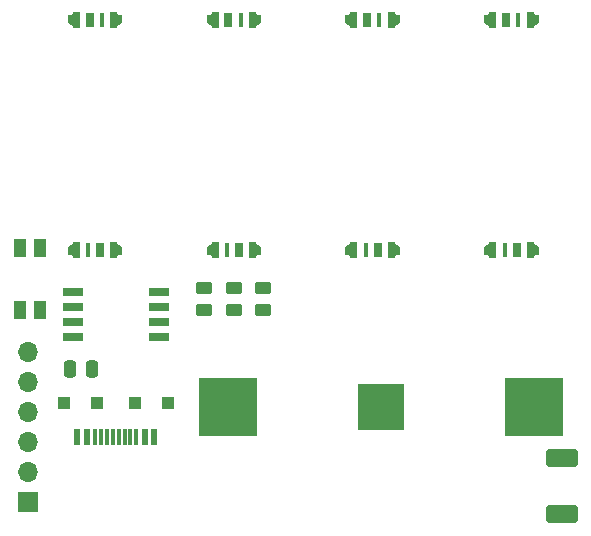
<source format=gbr>
%TF.GenerationSoftware,KiCad,Pcbnew,9.0.4*%
%TF.CreationDate,2025-11-23T20:37:17+01:00*%
%TF.ProjectId,Bina_Badge,42696e61-5f42-4616-9467-652e6b696361,rev?*%
%TF.SameCoordinates,Original*%
%TF.FileFunction,Paste,Top*%
%TF.FilePolarity,Positive*%
%FSLAX46Y46*%
G04 Gerber Fmt 4.6, Leading zero omitted, Abs format (unit mm)*
G04 Created by KiCad (PCBNEW 9.0.4) date 2025-11-23 20:37:17*
%MOMM*%
%LPD*%
G01*
G04 APERTURE LIST*
G04 Aperture macros list*
%AMRoundRect*
0 Rectangle with rounded corners*
0 $1 Rounding radius*
0 $2 $3 $4 $5 $6 $7 $8 $9 X,Y pos of 4 corners*
0 Add a 4 corners polygon primitive as box body*
4,1,4,$2,$3,$4,$5,$6,$7,$8,$9,$2,$3,0*
0 Add four circle primitives for the rounded corners*
1,1,$1+$1,$2,$3*
1,1,$1+$1,$4,$5*
1,1,$1+$1,$6,$7*
1,1,$1+$1,$8,$9*
0 Add four rect primitives between the rounded corners*
20,1,$1+$1,$2,$3,$4,$5,0*
20,1,$1+$1,$4,$5,$6,$7,0*
20,1,$1+$1,$6,$7,$8,$9,0*
20,1,$1+$1,$8,$9,$2,$3,0*%
%AMFreePoly0*
4,1,27,0.535355,0.635355,0.550000,0.600000,0.550000,-0.600000,0.535355,-0.635355,0.500000,-0.650000,-0.050000,-0.650000,-0.085355,-0.635355,-0.100000,-0.600000,-0.100000,-0.486414,-0.191342,-0.461940,-0.304381,-0.396677,-0.396677,-0.304381,-0.428074,-0.250000,-0.500000,-0.250000,-0.535355,-0.235355,-0.550000,-0.200000,-0.550000,0.350000,-0.535355,0.385355,-0.500000,0.400000,-0.298625,0.400000,
-0.191342,0.461940,-0.100000,0.486414,-0.100000,0.600000,-0.085355,0.635355,-0.050000,0.650000,0.500000,0.650000,0.535355,0.635355,0.535355,0.635355,$1*%
%AMFreePoly1*
4,1,27,0.085355,0.635355,0.100000,0.600000,0.100000,0.486414,0.191342,0.461940,0.298625,0.400000,0.500000,0.400000,0.535355,0.385355,0.550000,0.350000,0.550000,-0.200000,0.535355,-0.235355,0.500000,-0.250000,0.428074,-0.250000,0.396677,-0.304381,0.304381,-0.396677,0.191342,-0.461940,0.100000,-0.486414,0.100000,-0.600000,0.085355,-0.635355,0.050000,-0.650000,-0.500000,-0.650000,
-0.535355,-0.635355,-0.550000,-0.600000,-0.550000,0.600000,-0.535355,0.635355,-0.500000,0.650000,0.050000,0.650000,0.085355,0.635355,0.085355,0.635355,$1*%
G04 Aperture macros list end*
%ADD10RoundRect,0.250000X-1.100000X0.500000X-1.100000X-0.500000X1.100000X-0.500000X1.100000X0.500000X0*%
%ADD11FreePoly0,180.000000*%
%ADD12R,0.700000X1.200000*%
%ADD13R,0.450000X1.200000*%
%ADD14FreePoly1,180.000000*%
%ADD15FreePoly0,0.000000*%
%ADD16FreePoly1,0.000000*%
%ADD17RoundRect,0.250000X-0.300000X-0.300000X0.300000X-0.300000X0.300000X0.300000X-0.300000X0.300000X0*%
%ADD18R,1.700000X1.700000*%
%ADD19O,1.700000X1.700000*%
%ADD20R,5.000000X5.000000*%
%ADD21R,4.000000X4.000000*%
%ADD22R,1.000000X1.550000*%
%ADD23RoundRect,0.250000X0.450000X-0.262500X0.450000X0.262500X-0.450000X0.262500X-0.450000X-0.262500X0*%
%ADD24R,1.700000X0.650000*%
%ADD25RoundRect,0.250000X0.300000X0.300000X-0.300000X0.300000X-0.300000X-0.300000X0.300000X-0.300000X0*%
%ADD26R,0.600000X1.450000*%
%ADD27R,0.300000X1.450000*%
%ADD28RoundRect,0.250000X-0.250000X-0.475000X0.250000X-0.475000X0.250000X0.475000X-0.250000X0.475000X0*%
G04 APERTURE END LIST*
D10*
%TO.C,D10*%
X142500000Y-93400000D03*
X142500000Y-88600000D03*
%TD*%
D11*
%TO.C,D2*%
X116550000Y-70987000D03*
D12*
X115200000Y-71013000D03*
D13*
X114175000Y-71013000D03*
D14*
X112950000Y-71013000D03*
%TD*%
D15*
%TO.C,D7*%
X112950000Y-51573789D03*
D12*
X114300000Y-51547789D03*
D13*
X115325000Y-51547789D03*
D16*
X116550000Y-51547789D03*
%TD*%
D15*
%TO.C,D8*%
X101200000Y-51573789D03*
D12*
X102550000Y-51547789D03*
D13*
X103575000Y-51547789D03*
D16*
X104800000Y-51547789D03*
%TD*%
D17*
%TO.C,D12*%
X106350000Y-84000000D03*
X109150000Y-84000000D03*
%TD*%
D15*
%TO.C,D6*%
X124700000Y-51573789D03*
D12*
X126050000Y-51547789D03*
D13*
X127075000Y-51547789D03*
D16*
X128300000Y-51547789D03*
%TD*%
D18*
%TO.C,J1*%
X97300000Y-92350000D03*
D19*
X97300000Y-89810000D03*
X97300000Y-87270000D03*
X97300000Y-84730000D03*
X97300000Y-82190000D03*
X97300000Y-79650000D03*
%TD*%
D11*
%TO.C,D1*%
X104800000Y-70987000D03*
D12*
X103450000Y-71013000D03*
D13*
X102425000Y-71013000D03*
D14*
X101200000Y-71013000D03*
%TD*%
D11*
%TO.C,D4*%
X140050000Y-70987000D03*
D12*
X138700000Y-71013000D03*
D13*
X137675000Y-71013000D03*
D14*
X136450000Y-71013000D03*
%TD*%
D20*
%TO.C,BT1*%
X140150000Y-84350000D03*
X114250000Y-84350000D03*
D21*
X127200000Y-84350000D03*
%TD*%
D22*
%TO.C,SW1*%
X96650000Y-76125000D03*
X96650000Y-70875000D03*
X98350000Y-76125000D03*
X98350000Y-70875000D03*
%TD*%
D23*
%TO.C,R2*%
X112250000Y-76075000D03*
X112250000Y-74250000D03*
%TD*%
D24*
%TO.C,U1*%
X108450000Y-78405000D03*
X108450000Y-77135000D03*
X108450000Y-75865000D03*
X108450000Y-74595000D03*
X101150000Y-74595000D03*
X101150000Y-75865000D03*
X101150000Y-77135000D03*
X101150000Y-78405000D03*
%TD*%
D25*
%TO.C,D9*%
X103150000Y-84000000D03*
X100350000Y-84000000D03*
%TD*%
D26*
%TO.C,P1*%
X101500000Y-86835000D03*
X102300000Y-86835000D03*
D27*
X103500000Y-86835000D03*
X104500000Y-86835000D03*
X105000000Y-86835000D03*
X106000000Y-86835000D03*
D26*
X107200000Y-86835000D03*
X108000000Y-86835000D03*
X108000000Y-86835000D03*
X107200000Y-86835000D03*
D27*
X106500000Y-86835000D03*
X105500000Y-86835000D03*
X104000000Y-86835000D03*
X103000000Y-86835000D03*
D26*
X102300000Y-86835000D03*
X101500000Y-86835000D03*
%TD*%
D23*
%TO.C,R3*%
X117250000Y-76075000D03*
X117250000Y-74250000D03*
%TD*%
%TO.C,R1*%
X114750000Y-76075000D03*
X114750000Y-74250000D03*
%TD*%
D11*
%TO.C,D3*%
X128300000Y-70987000D03*
D12*
X126950000Y-71013000D03*
D13*
X125925000Y-71013000D03*
D14*
X124700000Y-71013000D03*
%TD*%
D28*
%TO.C,C1*%
X100850000Y-81087500D03*
X102750000Y-81087500D03*
%TD*%
D15*
%TO.C,D5*%
X136450000Y-51573789D03*
D12*
X137800000Y-51547789D03*
D13*
X138825000Y-51547789D03*
D16*
X140050000Y-51547789D03*
%TD*%
M02*

</source>
